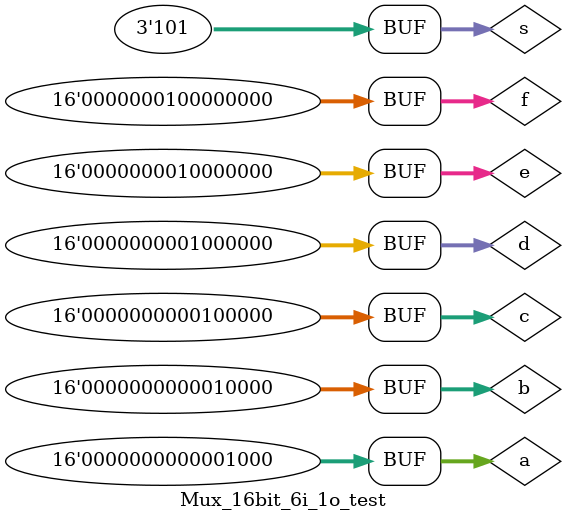
<source format=v>
`timescale 1ns / 1ps


module Mux_16bit_6i_1o_test;

	// Inputs
	reg [2:0] s;
	reg [15:0] a;
	reg [15:0] b;
	reg [15:0] c;
	reg [15:0] d;
	reg [15:0] e;
	reg [15:0] f;

	// Outputs
	wire [15:0] r;

	// Instantiate the Unit Under Test (UUT)
	Mux_16bit_6i_1o uut (
		.s(s), 
		.a(a), 
		.b(b), 
		.c(c), 
		.d(d), 
		.e(e), 
		.f(f), 
		.r(r)
	);

	initial begin
		// Initialize Inputs
		s = 0;
		a = 8;
		b = 16;
		c = 32;
		d = 64;
		e = 128;
		f = 256;

		// Wait 100 ns for global reset to finish
		#100;
		repeat (5) begin //S
			#100;
			//Test
			if(s == 0 && r != a)		// s = 0, choose a
				$display("fail");
			else if(s == 1 && r != b)	// s = 1, choose b
				$display("fail");
			else if(s == 2 && r != c)	// s = 2, choose c
				$display("fail");
			else if(s == 3 && r != d)	// s = 3, choose d
				$display("fail");
			else if(s == 4 && r != e)	// s = 4, choose e
				$display("fail"); 
			else if(s == 5 && r != f)	// s = 5, choose f
				$display("fail");
			else
				$display("pass");
			s = s +1;
		end //End S

	end
      
endmodule


</source>
